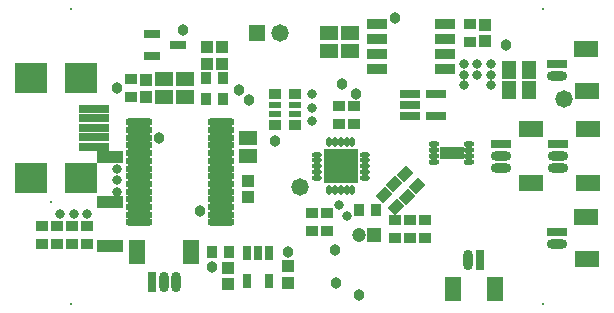
<source format=gts>
%FSLAX24Y24*%
%MOIN*%
G70*
G01*
G75*
G04 Layer_Color=8388736*
%ADD10R,0.0236X0.0433*%
%ADD11R,0.0925X0.0197*%
%ADD12R,0.0984X0.0925*%
%ADD13R,0.0709X0.0472*%
%ADD14R,0.0610X0.0236*%
%ADD15O,0.0610X0.0236*%
%ADD16R,0.1102X0.1102*%
%ADD17O,0.0256X0.0098*%
%ADD18O,0.0098X0.0256*%
%ADD19R,0.0354X0.0252*%
%ADD20R,0.0354X0.0161*%
%ADD21O,0.0236X0.0610*%
%ADD22R,0.0236X0.0610*%
%ADD23R,0.0472X0.0709*%
%ADD24O,0.0276X0.0118*%
%ADD25R,0.0748X0.0354*%
%ADD26O,0.0827X0.0177*%
%ADD27R,0.0571X0.0217*%
%ADD28R,0.0571X0.0217*%
%ADD29R,0.0630X0.0276*%
%ADD30R,0.0374X0.0512*%
%ADD31R,0.0354X0.0276*%
%ADD32R,0.0276X0.0354*%
G04:AMPARAMS|DCode=33|XSize=35.4mil|YSize=27.6mil|CornerRadius=0mil|HoleSize=0mil|Usage=FLASHONLY|Rotation=225.000|XOffset=0mil|YOffset=0mil|HoleType=Round|Shape=Rectangle|*
%AMROTATEDRECTD33*
4,1,4,0.0028,0.0223,0.0223,0.0028,-0.0028,-0.0223,-0.0223,-0.0028,0.0028,0.0223,0.0*
%
%ADD33ROTATEDRECTD33*%

%ADD34R,0.0551X0.0433*%
%ADD35R,0.0453X0.0236*%
%ADD36R,0.0335X0.0315*%
%ADD37C,0.0250*%
%ADD38C,0.0100*%
%ADD39C,0.0200*%
%ADD40C,0.0150*%
%ADD41C,0.0300*%
%ADD42R,0.0500X0.0500*%
%ADD43C,0.0500*%
%ADD44R,0.0787X0.0315*%
%ADD45R,0.0394X0.0394*%
%ADD46C,0.0394*%
%ADD47C,0.0240*%
%ADD48C,0.0260*%
%ADD49C,0.0300*%
%ADD50O,0.0236X0.0866*%
%ADD51R,0.0886X0.0768*%
%ADD52R,0.0886X0.1004*%
%ADD53R,0.0906X0.0906*%
%ADD54R,0.0827X0.0906*%
%ADD55C,0.0098*%
%ADD56C,0.0236*%
%ADD57C,0.0039*%
%ADD58C,0.0079*%
%ADD59C,0.0047*%
%ADD60C,0.0063*%
%ADD61C,0.0060*%
%ADD62R,0.0316X0.0513*%
%ADD63R,0.1005X0.0277*%
%ADD64R,0.1064X0.1005*%
%ADD65R,0.0789X0.0552*%
%ADD66R,0.0690X0.0316*%
%ADD67O,0.0690X0.0316*%
%ADD68R,0.1182X0.1182*%
%ADD69O,0.0336X0.0178*%
%ADD70O,0.0178X0.0336*%
%ADD71R,0.0434X0.0332*%
%ADD72R,0.0434X0.0241*%
%ADD73O,0.0316X0.0690*%
%ADD74R,0.0316X0.0690*%
%ADD75R,0.0552X0.0789*%
%ADD76O,0.0356X0.0198*%
%ADD77R,0.0828X0.0434*%
%ADD78O,0.0907X0.0257*%
%ADD79R,0.0651X0.0297*%
%ADD80R,0.0651X0.0297*%
%ADD81R,0.0710X0.0356*%
%ADD82R,0.0454X0.0592*%
%ADD83R,0.0434X0.0356*%
%ADD84R,0.0356X0.0434*%
G04:AMPARAMS|DCode=85|XSize=43.4mil|YSize=35.6mil|CornerRadius=0mil|HoleSize=0mil|Usage=FLASHONLY|Rotation=225.000|XOffset=0mil|YOffset=0mil|HoleType=Round|Shape=Rectangle|*
%AMROTATEDRECTD85*
4,1,4,0.0028,0.0279,0.0279,0.0028,-0.0028,-0.0279,-0.0279,-0.0028,0.0028,0.0279,0.0*
%
%ADD85ROTATEDRECTD85*%

%ADD86R,0.0631X0.0513*%
%ADD87R,0.0533X0.0316*%
%ADD88R,0.0415X0.0395*%
%ADD89R,0.0580X0.0580*%
%ADD90C,0.0580*%
%ADD91C,0.0080*%
%ADD92R,0.0867X0.0395*%
%ADD93R,0.0474X0.0474*%
%ADD94C,0.0474*%
%ADD95C,0.0320*%
%ADD96C,0.0380*%
D62*
X32574Y28322D02*
D03*
X32200D02*
D03*
X31826D02*
D03*
Y27378D02*
D03*
X32574D02*
D03*
D63*
X26741Y31860D02*
D03*
Y32175D02*
D03*
Y32490D02*
D03*
Y33120D02*
D03*
Y32805D02*
D03*
D64*
X24615Y30797D02*
D03*
Y34153D02*
D03*
X26288Y30797D02*
D03*
Y34153D02*
D03*
D65*
X43155Y28101D02*
D03*
X43145Y29509D02*
D03*
X41294Y30634D02*
D03*
X41285Y32446D02*
D03*
X43155Y33701D02*
D03*
X43145Y35109D02*
D03*
X43185Y32446D02*
D03*
X43194Y30634D02*
D03*
D66*
X42161Y28997D02*
D03*
X40300Y31934D02*
D03*
X42161Y34597D02*
D03*
X42200Y31934D02*
D03*
D67*
X42161Y28603D02*
D03*
X40300Y31540D02*
D03*
Y31146D02*
D03*
X42161Y34203D02*
D03*
X42200Y31146D02*
D03*
Y31540D02*
D03*
D68*
X34950Y31200D02*
D03*
D69*
X34153Y30806D02*
D03*
Y31003D02*
D03*
Y31200D02*
D03*
Y31397D02*
D03*
Y31594D02*
D03*
X35747D02*
D03*
Y31397D02*
D03*
Y31200D02*
D03*
Y31003D02*
D03*
Y30806D02*
D03*
D70*
X34556Y31997D02*
D03*
X34753D02*
D03*
X34950D02*
D03*
X35147D02*
D03*
X35344D02*
D03*
Y30403D02*
D03*
X35147D02*
D03*
X34950D02*
D03*
X34753D02*
D03*
X34556D02*
D03*
D71*
X32771Y33618D02*
D03*
Y32582D02*
D03*
X33429D02*
D03*
Y33618D02*
D03*
D72*
X32771Y33257D02*
D03*
Y32943D02*
D03*
X33429D02*
D03*
Y33257D02*
D03*
D73*
X29454Y27350D02*
D03*
X29060D02*
D03*
X39203Y28089D02*
D03*
D74*
X28666Y27350D02*
D03*
X39597Y28089D02*
D03*
D75*
X28154Y28335D02*
D03*
X29966Y28344D02*
D03*
X38701Y27095D02*
D03*
X40109Y27105D02*
D03*
D76*
X38059Y31945D02*
D03*
Y31748D02*
D03*
Y31552D02*
D03*
Y31355D02*
D03*
X39241D02*
D03*
Y31552D02*
D03*
Y31748D02*
D03*
Y31945D02*
D03*
D77*
X38650Y31650D02*
D03*
D78*
X30958Y29337D02*
D03*
Y29593D02*
D03*
Y29848D02*
D03*
Y30104D02*
D03*
Y30360D02*
D03*
Y30616D02*
D03*
Y30872D02*
D03*
Y31128D02*
D03*
Y31384D02*
D03*
Y31640D02*
D03*
Y31896D02*
D03*
Y32152D02*
D03*
Y32407D02*
D03*
Y32663D02*
D03*
X28242Y29337D02*
D03*
Y29593D02*
D03*
Y29848D02*
D03*
Y30104D02*
D03*
Y30360D02*
D03*
Y30616D02*
D03*
Y30872D02*
D03*
Y31128D02*
D03*
Y31384D02*
D03*
Y31640D02*
D03*
Y31896D02*
D03*
Y32152D02*
D03*
Y32407D02*
D03*
Y32663D02*
D03*
D79*
X37277Y33624D02*
D03*
D80*
X37277Y33250D02*
D03*
Y32876D02*
D03*
X38123D02*
D03*
Y33624D02*
D03*
D81*
X36168Y35950D02*
D03*
Y35450D02*
D03*
Y34950D02*
D03*
Y34450D02*
D03*
X38432Y35950D02*
D03*
Y35450D02*
D03*
Y34950D02*
D03*
Y34450D02*
D03*
D82*
X41225Y34400D02*
D03*
X40575D02*
D03*
X41225Y33750D02*
D03*
X40575D02*
D03*
D83*
X27950Y34095D02*
D03*
Y33505D02*
D03*
X34000Y29055D02*
D03*
Y29645D02*
D03*
X34500Y29055D02*
D03*
Y29645D02*
D03*
X39250Y35355D02*
D03*
Y35945D02*
D03*
X34900Y32605D02*
D03*
Y33195D02*
D03*
X35400Y32605D02*
D03*
Y33195D02*
D03*
X26000Y28605D02*
D03*
Y29195D02*
D03*
X26500Y28605D02*
D03*
Y29195D02*
D03*
X36750Y28805D02*
D03*
Y29395D02*
D03*
X37250Y28805D02*
D03*
Y29395D02*
D03*
X37750Y28805D02*
D03*
Y29395D02*
D03*
X25000Y29195D02*
D03*
Y28605D02*
D03*
X25500Y29195D02*
D03*
Y28605D02*
D03*
D84*
X31045Y34150D02*
D03*
X30455D02*
D03*
X30455Y33450D02*
D03*
X31045D02*
D03*
X35555Y29750D02*
D03*
X36145D02*
D03*
X30655Y28350D02*
D03*
X31245D02*
D03*
D85*
X36809Y29841D02*
D03*
X36391Y30259D02*
D03*
X37159Y30191D02*
D03*
X36741Y30609D02*
D03*
X37509Y30541D02*
D03*
X37091Y30959D02*
D03*
D86*
X29050Y34095D02*
D03*
Y33505D02*
D03*
X35250Y35055D02*
D03*
Y35645D02*
D03*
X34550Y35055D02*
D03*
Y35645D02*
D03*
X29750Y34095D02*
D03*
Y33505D02*
D03*
X31850Y32145D02*
D03*
Y31555D02*
D03*
D87*
X28657Y35624D02*
D03*
Y34876D02*
D03*
X29543Y35250D02*
D03*
D88*
X28450Y34076D02*
D03*
Y33524D02*
D03*
X31000Y35176D02*
D03*
Y34624D02*
D03*
X30500Y34624D02*
D03*
Y35176D02*
D03*
X31850Y30726D02*
D03*
Y30174D02*
D03*
X31200Y27274D02*
D03*
Y27826D02*
D03*
X33200Y27324D02*
D03*
Y27876D02*
D03*
X39750Y35374D02*
D03*
Y35926D02*
D03*
D89*
X32156Y35650D02*
D03*
D90*
X32944D02*
D03*
X42400Y33450D02*
D03*
X33600Y30500D02*
D03*
D91*
X25309Y30020D02*
D03*
X41700Y26600D02*
D03*
Y36450D02*
D03*
X25950D02*
D03*
Y26600D02*
D03*
D92*
X27278Y28543D02*
D03*
Y30000D02*
D03*
Y31496D02*
D03*
D93*
X36050Y28900D02*
D03*
D94*
X35550D02*
D03*
D95*
X39950Y33900D02*
D03*
X39050D02*
D03*
Y34250D02*
D03*
X39500D02*
D03*
X39950D02*
D03*
Y34600D02*
D03*
X39500D02*
D03*
X26500Y29600D02*
D03*
X27500Y30350D02*
D03*
X25600Y29600D02*
D03*
X26050D02*
D03*
X27500Y30750D02*
D03*
Y31100D02*
D03*
X34000Y32700D02*
D03*
Y33150D02*
D03*
Y33600D02*
D03*
X39050Y34600D02*
D03*
X34900Y29900D02*
D03*
X35150Y29550D02*
D03*
D96*
X36750Y36150D02*
D03*
X35450Y33600D02*
D03*
X35000Y33950D02*
D03*
X35550Y26900D02*
D03*
X40450Y35250D02*
D03*
X29700Y35750D02*
D03*
X27500Y33800D02*
D03*
X31550Y33750D02*
D03*
X31900Y33400D02*
D03*
X32750Y32050D02*
D03*
X34800Y27300D02*
D03*
X34750Y28400D02*
D03*
X28900Y32150D02*
D03*
X33200Y28350D02*
D03*
X30650Y27850D02*
D03*
X30250Y29700D02*
D03*
M02*

</source>
